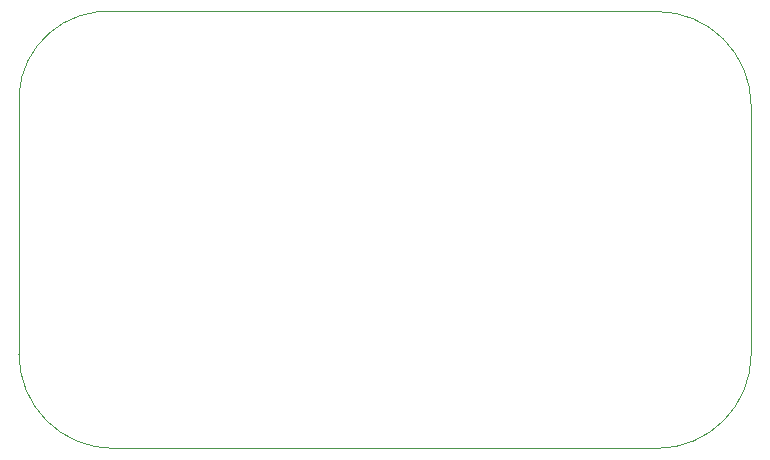
<source format=gbr>
%TF.GenerationSoftware,KiCad,Pcbnew,(6.0.8)*%
%TF.CreationDate,2022-11-06T21:15:53+08:00*%
%TF.ProjectId,JLinkV9-mini,4a4c696e-6b56-4392-9d6d-696e692e6b69,hinsshum*%
%TF.SameCoordinates,Original*%
%TF.FileFunction,Profile,NP*%
%FSLAX46Y46*%
G04 Gerber Fmt 4.6, Leading zero omitted, Abs format (unit mm)*
G04 Created by KiCad (PCBNEW (6.0.8)) date 2022-11-06 21:15:53*
%MOMM*%
%LPD*%
G01*
G04 APERTURE LIST*
%TA.AperFunction,Profile*%
%ADD10C,0.100000*%
%TD*%
G04 APERTURE END LIST*
D10*
X135000000Y-73000000D02*
G75*
G03*
X127000000Y-65000000I-8000000J0D01*
G01*
X127000000Y-102000000D02*
G75*
G03*
X135000000Y-94000000I0J8000000D01*
G01*
X73000000Y-94000000D02*
X73000000Y-72000000D01*
X73000000Y-94000000D02*
G75*
G03*
X81000000Y-102000000I8000000J0D01*
G01*
X135000000Y-73000000D02*
X135000000Y-94000000D01*
X81000000Y-65000000D02*
X127000000Y-65000000D01*
X127000000Y-102000000D02*
X81000000Y-102000000D01*
X81000000Y-65000000D02*
G75*
G03*
X73000000Y-72000000I-500000J-7500000D01*
G01*
M02*

</source>
